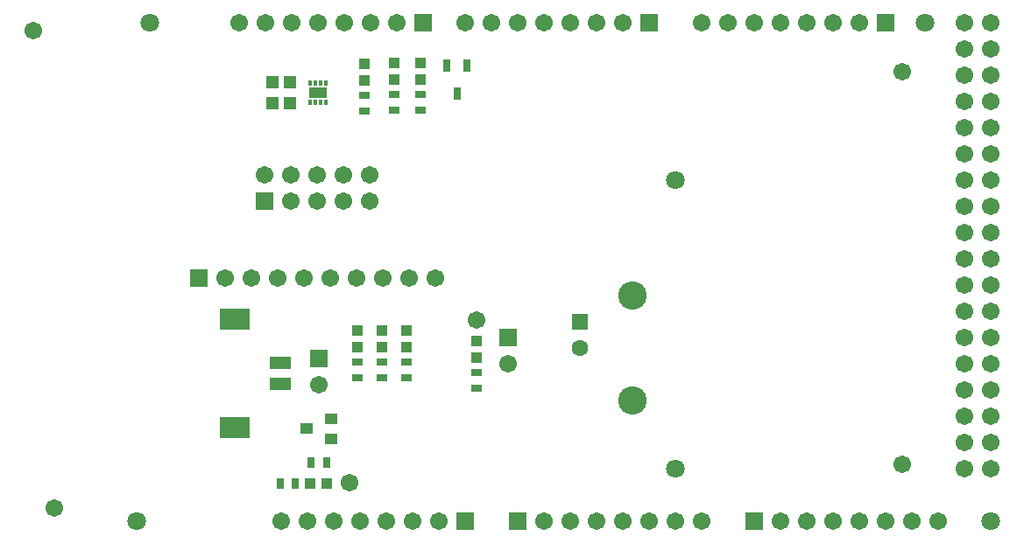
<source format=gts>
G04*
G04 #@! TF.GenerationSoftware,Altium Limited,Altium Designer,20.0.14 (345)*
G04*
G04 Layer_Color=102*
%FSLAX43Y43*%
%MOMM*%
G71*
G01*
G75*
%ADD15R,2.000X1.200*%
%ADD16R,3.000X2.100*%
%ADD26R,1.700X1.000*%
%ADD27R,0.370X0.600*%
%ADD28R,1.003X1.003*%
%ADD29R,1.003X1.003*%
%ADD30R,1.103X0.803*%
%ADD31R,1.203X1.003*%
%ADD32R,0.803X1.103*%
%ADD33R,1.303X1.203*%
%ADD34R,0.803X1.253*%
%ADD35C,1.703*%
%ADD36C,1.603*%
%ADD37R,1.603X1.603*%
%ADD38C,2.753*%
%ADD39R,1.703X1.703*%
%ADD40R,1.703X1.703*%
%ADD41C,1.803*%
D15*
X27900Y17800D02*
D03*
Y15800D02*
D03*
D16*
X23450Y22050D02*
D03*
Y11550D02*
D03*
D26*
X31532Y44000D02*
D03*
D27*
X30782Y44950D02*
D03*
X31282D02*
D03*
X31782D02*
D03*
X32282D02*
D03*
Y43050D02*
D03*
X31782D02*
D03*
X31282D02*
D03*
X30782D02*
D03*
D28*
X46890Y19958D02*
D03*
Y18358D02*
D03*
X35300Y20950D02*
D03*
Y19350D02*
D03*
X37700Y20950D02*
D03*
Y19350D02*
D03*
X40100Y20950D02*
D03*
Y19350D02*
D03*
X38868Y46850D02*
D03*
Y45250D02*
D03*
X36000Y46800D02*
D03*
Y45200D02*
D03*
X41468Y46850D02*
D03*
Y45250D02*
D03*
D29*
X32400Y6140D02*
D03*
X30800D02*
D03*
D30*
X46890Y15408D02*
D03*
Y16908D02*
D03*
X35300Y16400D02*
D03*
Y17900D02*
D03*
X37700Y16400D02*
D03*
Y17900D02*
D03*
X40100Y16400D02*
D03*
Y17900D02*
D03*
X38868Y42300D02*
D03*
Y43800D02*
D03*
X36000Y42250D02*
D03*
Y43750D02*
D03*
X41468Y42300D02*
D03*
Y43800D02*
D03*
D31*
X30400Y11450D02*
D03*
X32800Y12400D02*
D03*
Y10500D02*
D03*
D32*
X30850Y8200D02*
D03*
X32350D02*
D03*
X27850Y6140D02*
D03*
X29350D02*
D03*
D33*
X27150Y43000D02*
D03*
X28850D02*
D03*
X27150Y45000D02*
D03*
X28850D02*
D03*
D34*
X45912Y46600D02*
D03*
X44012D02*
D03*
X44962Y43900D02*
D03*
D35*
X46890Y22004D02*
D03*
X34576Y6200D02*
D03*
X49890Y17738D02*
D03*
X31600Y15744D02*
D03*
X25110Y26000D02*
D03*
X22570D02*
D03*
X27650D02*
D03*
X37810D02*
D03*
X35270D02*
D03*
X32730D02*
D03*
X30190D02*
D03*
X40350D02*
D03*
X42890D02*
D03*
X6000Y3810D02*
D03*
X4000Y50000D02*
D03*
X88000Y8000D02*
D03*
Y46000D02*
D03*
X28900Y33460D02*
D03*
X26360Y36000D02*
D03*
X28900D02*
D03*
X36520Y33460D02*
D03*
X31440D02*
D03*
X33980D02*
D03*
X31440Y36000D02*
D03*
X36520D02*
D03*
X33980D02*
D03*
X40640Y2540D02*
D03*
X43180D02*
D03*
X27940D02*
D03*
X30480D02*
D03*
X33020D02*
D03*
X35560D02*
D03*
X38100D02*
D03*
X96520Y50800D02*
D03*
X93980D02*
D03*
X96520Y48260D02*
D03*
X93980D02*
D03*
X96520Y45720D02*
D03*
X93980D02*
D03*
X96520Y43180D02*
D03*
X93980D02*
D03*
X96520Y40640D02*
D03*
X93980D02*
D03*
X96520Y38100D02*
D03*
X93980D02*
D03*
X96520Y35560D02*
D03*
X93980D02*
D03*
X96520Y33020D02*
D03*
X93980D02*
D03*
X96520Y30480D02*
D03*
X93980D02*
D03*
Y27940D02*
D03*
X96520D02*
D03*
Y25400D02*
D03*
X93980D02*
D03*
X96520Y22860D02*
D03*
X93980D02*
D03*
X96520Y20320D02*
D03*
X93980D02*
D03*
X96520Y17780D02*
D03*
X93980D02*
D03*
X96520Y15240D02*
D03*
X93980D02*
D03*
X96520Y12700D02*
D03*
X93980D02*
D03*
X96520Y10160D02*
D03*
X93980D02*
D03*
X96520Y7620D02*
D03*
X93980D02*
D03*
X36576Y50800D02*
D03*
X39116D02*
D03*
X23876D02*
D03*
X26416D02*
D03*
X28956D02*
D03*
X31496D02*
D03*
X34036D02*
D03*
X55880Y2540D02*
D03*
X53340D02*
D03*
X68580D02*
D03*
X66040D02*
D03*
X63500D02*
D03*
X60960D02*
D03*
X58420D02*
D03*
X78740D02*
D03*
X76200D02*
D03*
X91440D02*
D03*
X88900D02*
D03*
X86360D02*
D03*
X83820D02*
D03*
X81280D02*
D03*
Y50800D02*
D03*
X83820D02*
D03*
X68580D02*
D03*
X71120D02*
D03*
X73660D02*
D03*
X76200D02*
D03*
X78740D02*
D03*
X58420D02*
D03*
X60960D02*
D03*
X45720D02*
D03*
X48260D02*
D03*
X50800D02*
D03*
X53340D02*
D03*
X55880D02*
D03*
D36*
X56810Y19230D02*
D03*
D37*
Y21770D02*
D03*
D38*
X61890Y14150D02*
D03*
Y24310D02*
D03*
D39*
X49890Y20278D02*
D03*
X31600Y18284D02*
D03*
D40*
X20030Y26000D02*
D03*
X26360Y33460D02*
D03*
X45720Y2540D02*
D03*
X41656Y50800D02*
D03*
X50800Y2540D02*
D03*
X73660D02*
D03*
X86360Y50800D02*
D03*
X63500D02*
D03*
D41*
X90170D02*
D03*
X96520Y2540D02*
D03*
X66040Y7620D02*
D03*
Y35560D02*
D03*
X13970Y2540D02*
D03*
X15240Y50800D02*
D03*
M02*

</source>
